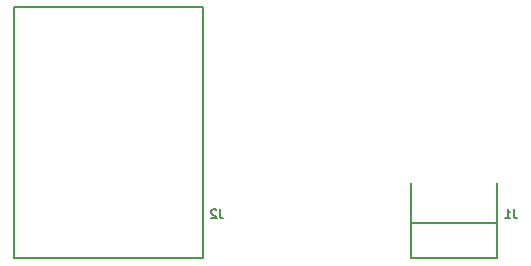
<source format=gbr>
G04 #@! TF.FileFunction,Legend,Bot*
%FSLAX46Y46*%
G04 Gerber Fmt 4.6, Leading zero omitted, Abs format (unit mm)*
G04 Created by KiCad (PCBNEW 4.0.4-stable) date Sunday, April 30, 2017 'PMt' 09:47:11 PM*
%MOMM*%
%LPD*%
G01*
G04 APERTURE LIST*
%ADD10C,0.100000*%
%ADD11C,0.203200*%
%ADD12C,0.150000*%
%ADD13C,0.190500*%
G04 APERTURE END LIST*
D10*
D11*
X120467000Y-96738000D02*
X120467000Y-118038000D01*
X120467000Y-118038000D02*
X104467000Y-118038000D01*
X104467000Y-118038000D02*
X104467000Y-96738000D01*
X104467000Y-96738000D02*
X120467000Y-96738000D01*
X120467000Y-100838000D02*
X120467000Y-116838000D01*
X104467000Y-100838000D02*
X104467000Y-116838000D01*
D12*
X145332000Y-118038000D02*
X145332000Y-111688000D01*
X138132000Y-118038000D02*
X138132000Y-111688000D01*
X138132000Y-118038000D02*
X145332000Y-118038000D01*
X138132000Y-115038000D02*
X145332000Y-115038000D01*
D13*
X121919999Y-113882714D02*
X121919999Y-114427000D01*
X121956285Y-114535857D01*
X122028856Y-114608429D01*
X122137713Y-114644714D01*
X122210285Y-114644714D01*
X121593428Y-113955286D02*
X121557142Y-113919000D01*
X121484571Y-113882714D01*
X121303142Y-113882714D01*
X121230571Y-113919000D01*
X121194285Y-113955286D01*
X121158000Y-114027857D01*
X121158000Y-114100429D01*
X121194285Y-114209286D01*
X121629714Y-114644714D01*
X121158000Y-114644714D01*
X146811999Y-113882714D02*
X146811999Y-114427000D01*
X146848285Y-114535857D01*
X146920856Y-114608429D01*
X147029713Y-114644714D01*
X147102285Y-114644714D01*
X146050000Y-114644714D02*
X146485428Y-114644714D01*
X146267714Y-114644714D02*
X146267714Y-113882714D01*
X146340285Y-113991571D01*
X146412857Y-114064143D01*
X146485428Y-114100429D01*
M02*

</source>
